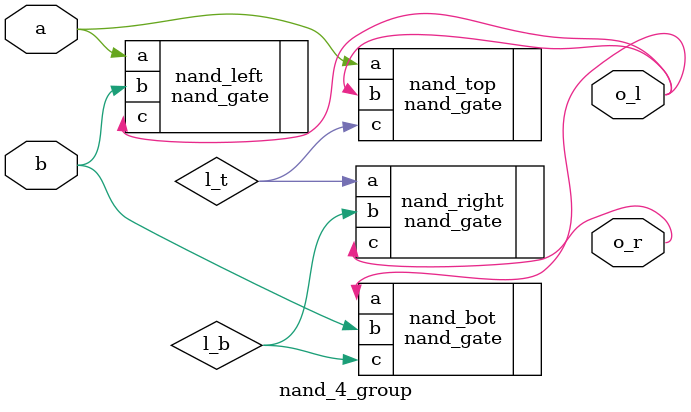
<source format=v>

module nand_4_group
(
    input wire a,b,
    output wire o_l, //this is the output left most nand of the 4 nands
    output wire o_r //this is the output of the right most nand of the 4 nands
);
//output wire for top
wire l_t;
//output wire for  bottom
wire l_b;


//instantiate 4 nand gates

//this is the left nand
nand_gate nand_left
(.a(a), .b(b), .c(o_l));

//this is the  top nand
nand_gate nand_top
(.a(a), .b(o_l), .c(l_t));


//this is the  bottom nand
nand_gate nand_bot 
(.a(o_l), .b(b), .c(l_b));


//this is the  right  nand
nand_gate nand_right
(.a(l_t), .b(l_b), .c(o_r));

endmodule




</source>
